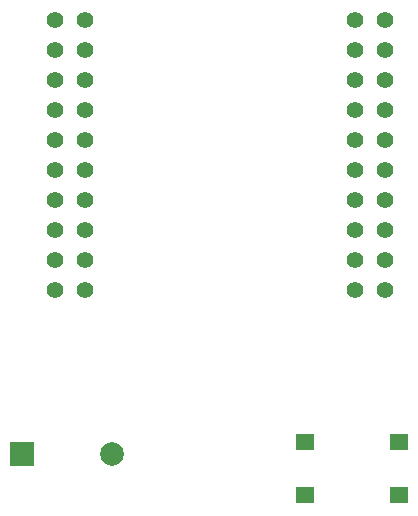
<source format=gts>
%TF.GenerationSoftware,KiCad,Pcbnew,(5.1.9-0-10_14)*%
%TF.CreationDate,2021-02-20T18:52:58-05:00*%
%TF.ProjectId,beep_prototype,62656570-5f70-4726-9f74-6f747970652e,rev?*%
%TF.SameCoordinates,Original*%
%TF.FileFunction,Soldermask,Top*%
%TF.FilePolarity,Negative*%
%FSLAX46Y46*%
G04 Gerber Fmt 4.6, Leading zero omitted, Abs format (unit mm)*
G04 Created by KiCad (PCBNEW (5.1.9-0-10_14)) date 2021-02-20 18:52:58*
%MOMM*%
%LPD*%
G01*
G04 APERTURE LIST*
%ADD10C,1.400000*%
%ADD11R,1.600000X1.400000*%
%ADD12C,2.000000*%
%ADD13R,2.000000X2.000000*%
G04 APERTURE END LIST*
D10*
%TO.C,ESP32 DI Mini*%
X132355000Y-85225000D03*
X129815000Y-85225000D03*
X129815000Y-87765000D03*
X132355000Y-87765000D03*
X129815000Y-90305000D03*
X132355000Y-90305000D03*
X129815000Y-92845000D03*
X132355000Y-92845000D03*
X129815000Y-95385000D03*
X132355000Y-95385000D03*
X129815000Y-97925000D03*
X132355000Y-97925000D03*
X129815000Y-100465000D03*
X132355000Y-100465000D03*
X129815000Y-103005000D03*
X132355000Y-103005000D03*
X129815000Y-105545000D03*
X132355000Y-105545000D03*
X129815000Y-108085000D03*
X132355000Y-108085000D03*
X155215000Y-85225000D03*
X157755000Y-85225000D03*
X155215000Y-87765000D03*
X157755000Y-87765000D03*
X155215000Y-90305000D03*
X157755000Y-90305000D03*
X155215000Y-92845000D03*
X157755000Y-92845000D03*
X155215000Y-95385000D03*
X157755000Y-95385000D03*
X155215000Y-97925000D03*
X157755000Y-97925000D03*
X155215000Y-100465000D03*
X157755000Y-100465000D03*
X155215000Y-103005000D03*
X157755000Y-103005000D03*
X155215000Y-105545000D03*
X157755000Y-105545000D03*
X155215000Y-108085000D03*
X157755000Y-108085000D03*
%TD*%
D11*
%TO.C,SW1*%
X158940000Y-120940000D03*
X150940000Y-120940000D03*
X158940000Y-125440000D03*
X150940000Y-125440000D03*
%TD*%
D12*
%TO.C,BZ1*%
X134600000Y-121920000D03*
D13*
X127000000Y-121920000D03*
%TD*%
M02*

</source>
